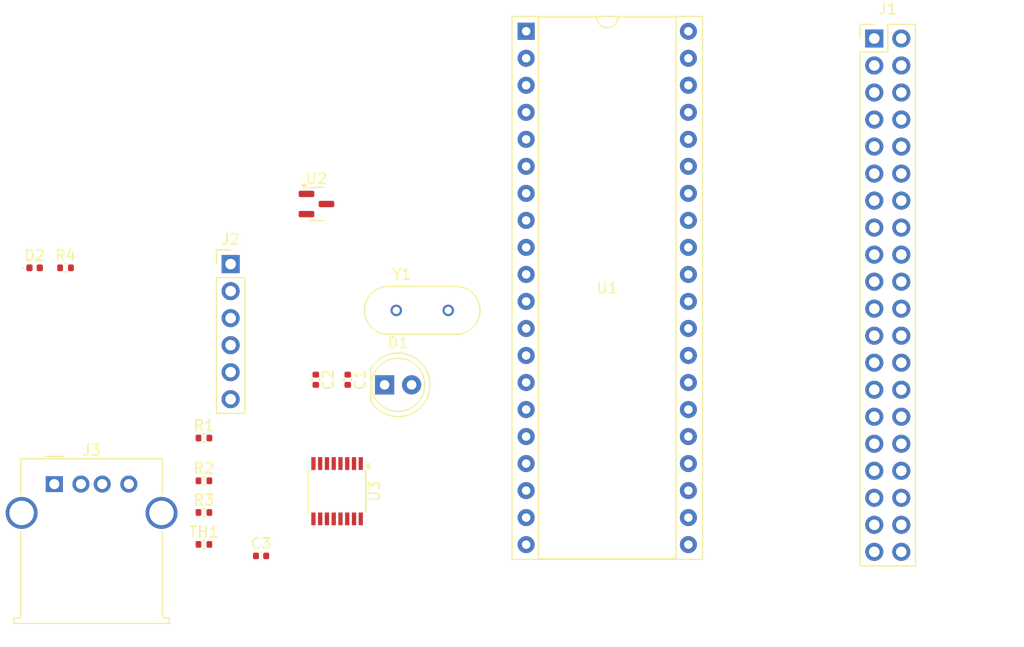
<source format=kicad_pcb>
(kicad_pcb (version 20240108) (generator "pcbnew") (generator_version "8.0")
  (layers (0 "F.Cu" signal) (31 "B.Cu" signal) (34 "B.Paste" user) (35 "F.Paste" user) (36 "B.SilkS" user "B.Silkscreen") (37 "F.SilkS" user "F.Silkscreen") (38 "B.Mask" user) (39 "F.Mask" user) (44 "Edge.Cuts" user))
  (net 0 "")
  (net 1 "GND")
  (net 2 "/OSC1{slash}CLKI{slash}RA7")
  (net 3 "/OSC2{slash}CLKO{slash}RA6")
  (net 4 "/RD4{slash}PSP4")
  (net 5 "Net-(U3-3V3OUT)")
  (net 6 "/RB5{slash}KBI1{slash}PGM")
  (net 7 "/RA3{slash}AN3{slash}VREF+")
  (net 8 "/RB6{slash}KBI2{slash}PGC")
  (net 9 "/RD7{slash}PSP7{slash}P1D")
  (net 10 "/RB2{slash}INT2{slash}AN8")
  (net 11 "/RB3{slash}AN9{slash}CCP2(1)")
  (net 12 "VCC")
  (net 13 "/RE2{slash}CS*{slash}AN7")
  (net 14 "/RD3{slash}PSP3")
  (net 15 "/RB0{slash}INT0{slash}FLT0{slash}AN12")
  (net 16 "/RD0{slash}PSP0")
  (net 17 "/RB7{slash}KBI3{slash}PGD")
  (net 18 "/RE1{slash}WR*{slash}AN6")
  (net 19 "/*MCLR{slash}VPP{slash}RE3")
  (net 20 "/RA2{slash}AN2{slash}VREF-{slash}CVREF")
  (net 21 "/RC3{slash}SCK{slash}SCL")
  (net 22 "/RC1{slash}T1OSI{slash}CCP2(1)")
  (net 23 "/RD5{slash}PSP5{slash}P1B")
  (net 24 "/RC6{slash}TX{slash}CK")
  (net 25 "/RA1{slash}AN1")
  (net 26 "/RE0{slash}RD*{slash}AN5")
  (net 27 "/RC4{slash}SDI{slash}SDA")
  (net 28 "/RC0{slash}T1OSO{slash}T13CKI")
  (net 29 "/RC2{slash}CCP1{slash}P1A")
  (net 30 "/RC7{slash}RX{slash}DT")
  (net 32 "/RD6{slash}PSP6{slash}P1C")
  (net 33 "/RC5{slash}SDO")
  (net 34 "/RB4{slash}KBI0{slash}AN11")
  (net 35 "/RD2{slash}PSP2")
  (net 36 "/RA4{slash}T0CKI{slash}C1OUT")
  (net 37 "/RD1{slash}PSP1")
  (net 38 "/RB1{slash}INT1{slash}AN10")
  (net 39 "/RA0{slash}AN0")
  (net 40 "/RA5{slash}AN4{slash}SS*{slash}HLVDIN{slash}C2OUT")
  (net 43 "Net-(U3-USBDM)")
  (net 50 "Net-(U3-USBDP)")
  (net 52 "Net-(J3-D-)")
  (net 53 "Net-(J3-D+)")
  (net 57 "Net-(D1-A)")
  (footprint "LED_THT:LED_D5.0mm" (layer "F.Cu") (at 158.46 105)
    (property "Reference" "D1" (at 1.27 -3.96 0) (layer "F.SilkS"))
    (property "Value" "LED")
    (fp_line (start -1.29 -1.545) (end -1.29 1.545) (stroke (width 0.12)) (layer "F.SilkS"))
    (fp_arc (start -1.29 -1.54483) (mid 2.072002 -2.880433) (end 4.26 0.000462) (stroke (width 0.12)) (layer "F.SilkS"))
    (fp_arc (start 4.26 -0.000462) (mid 2.072002 2.880433) (end -1.29 1.54483) (stroke (width 0.12)) (layer "F.SilkS"))
    (fp_circle (center 1.27 0) (end 3.77 0) (stroke (width 0.12)) (fill none) (layer "F.SilkS"))
    (pad "1" thru_hole rect (at 0 0) (size 1.8 1.8) (drill 0.9) (layers "*.Cu" "*.Mask") (net 1 "GND"))
    (pad "2" thru_hole circle (at 2.54 0) (size 1.8 1.8) (drill 0.9) (layers "*.Cu" "*.Mask") (net 57 "Net-(D1-A)"))
  )
  (footprint "Resistor_SMD:R_0402_1005Metric" (layer "F.Cu") (at 141.49 110)
    (property "Reference" "R1" (at 0 -1.17 0) (layer "F.SilkS"))
    (property "Value" "10K")
    (fp_line (start -0.153641 -0.38) (end 0.153641 -0.38) (stroke (width 0.12)) (layer "F.SilkS"))
    (fp_line (start -0.153641 0.38) (end 0.153641 0.38) (stroke (width 0.12)) (layer "F.SilkS"))
    (pad "1" smd roundrect (at -0.51 0) (size 0.54 0.64) (layers "F.Cu" "F.Paste" "F.Mask") (net 12 "VCC"))
    (pad "2" smd roundrect (at 0.51 0) (size 0.54 0.64) (layers "F.Cu" "F.Paste" "F.Mask") (net 19 "/*MCLR{slash}VPP{slash}RE3"))
  )
  (footprint "Package_SO:SSOP-16_3.9x4.9mm_P0.635mm" (layer "F.Cu") (at 154 115 -90)
    (property "Reference" "U3" (at 0 -3.5 90) (layer "F.SilkS"))
    (property "Value" "FT230XS")
    (fp_line (start -2 2.7) (end 2 2.7) (stroke (width 0.15)) (layer "F.SilkS"))
    (fp_line (start -2 -2.7) (end 2 -2.7) (stroke (width 0.15)) (layer "F.SilkS"))
    (fp_poly (pts (xy -2.35 -2.7) (xy -2.59 -3.03) (xy -2.11 -3.03) (xy -2.35 -2.7)) (stroke (width 0.12)) (fill solid) (layer "F.SilkS"))
    (pad "1" smd rect (at -2.6 -2.2225 270) (size 1.2 0.4) (layers "F.Cu" "F.Paste" "F.Mask") (net 24 "/RC6{slash}TX{slash}CK"))
    (pad "2" smd rect (at -2.6 -1.5875 270) (size 1.2 0.4) (layers "F.Cu" "F.Paste" "F.Mask"))
    (pad "3" smd rect (at -2.6 -0.9525 270) (size 1.2 0.4) (layers "F.Cu" "F.Paste" "F.Mask") (net 5 "Net-(U3-3V3OUT)"))
    (pad "4" smd rect (at -2.6 -0.3175 270) (size 1.2 0.4) (layers "F.Cu" "F.Paste" "F.Mask") (net 30 "/RC7{slash}RX{slash}DT"))
    (pad "5" smd rect (at -2.6 0.3175 270) (size 1.2 0.4) (layers "F.Cu" "F.Paste" "F.Mask") (net 1 "GND"))
    (pad "6" smd rect (at -2.6 0.9525 270) (size 1.2 0.4) (layers "F.Cu" "F.Paste" "F.Mask"))
    (pad "7" smd rect (at -2.6 1.5875 270) (size 1.2 0.4) (layers "F.Cu" "F.Paste" "F.Mask"))
    (pad "8" smd rect (at -2.6 2.2225 270) (size 1.2 0.4) (layers "F.Cu" "F.Paste" "F.Mask") (net 50 "Net-(U3-USBDP)"))
    (pad "9" smd rect (at 2.6 2.2225 270) (size 1.2 0.4) (layers "F.Cu" "F.Paste" "F.Mask") (net 43 "Net-(U3-USBDM)"))
    (pad "10" smd rect (at 2.6 1.5875 270) (size 1.2 0.4) (layers "F.Cu" "F.Paste" "F.Mask") (net 5 "Net-(U3-3V3OUT)"))
    (pad "11" smd rect (at 2.6 0.9525 270) (size 1.2 0.4) (layers "F.Cu" "F.Paste" "F.Mask") (net 5 "Net-(U3-3V3OUT)"))
    (pad "12" smd rect (at 2.6 0.3175 270) (size 1.2 0.4) (layers "F.Cu" "F.Paste" "F.Mask") (net 12 "VCC"))
    (pad "13" smd rect (at 2.6 -0.3175 270) (size 1.2 0.4) (layers "F.Cu" "F.Paste" "F.Mask") (net 1 "GND"))
    (pad "14" smd rect (at 2.6 -0.9525 270) (size 1.2 0.4) (layers "F.Cu" "F.Paste" "F.Mask"))
    (pad "15" smd rect (at 2.6 -1.5875 270) (size 1.2 0.4) (layers "F.Cu" "F.Paste" "F.Mask"))
    (pad "16" smd rect (at 2.6 -2.2225 270) (size 1.2 0.4) (layers "F.Cu" "F.Paste" "F.Mask"))
  )
  (footprint "Connector_USB:USB_A_Molex_67643_Horizontal" (layer "F.Cu") (at 127.438208 114.33)
    (property "Reference" "J3" (at 3.5 -3.19 0) (layer "F.SilkS"))
    (property "Value" "USB_A")
    (fp_line (start -3.81 12.58) (end -3.81 13.1) (stroke (width 0.12)) (layer "F.SilkS"))
    (fp_line (start -3.81 13.1) (end 10.81 13.1) (stroke (width 0.12)) (layer "F.SilkS"))
    (fp_line (start -3.16 -2.38) (end -3.16 0.95) (stroke (width 0.12)) (layer "F.SilkS"))
    (fp_line (start -3.16 -2.38) (end 10.16 -2.38) (stroke (width 0.12)) (layer "F.SilkS"))
    (fp_line (start -3.16 12.58) (end -3.81 12.58) (stroke (width 0.12)) (layer "F.SilkS"))
    (fp_line (start -3.16 12.58) (end -3.16 4.47) (stroke (width 0.12)) (layer "F.SilkS"))
    (fp_line (start -0.9 -2.6) (end 0.9 -2.6) (stroke (width 0.12)) (layer "F.SilkS"))
    (fp_line (start 10.16 -2.38) (end 10.16 0.95) (stroke (width 0.12)) (layer "F.SilkS"))
    (fp_line (start 10.16 4.47) (end 10.16 12.58) (stroke (width 0.12)) (layer "F.SilkS"))
    (fp_line (start 10.81 12.58) (end 10.16 12.58) (stroke (width 0.12)) (layer "F.SilkS"))
    (fp_line (start 10.81 13.1) (end 10.81 12.58) (stroke (width 0.12)) (layer "F.SilkS"))
    (pad "1" thru_hole rect (at 0 0) (size 1.6 1.5) (drill 0.95) (layers "*.Cu" "*.Mask"))
    (pad "2" thru_hole circle (at 2.5 0) (size 1.6 1.6) (drill 0.95) (layers "*.Cu" "*.Mask") (net 52 "Net-(J3-D-)"))
    (pad "3" thru_hole circle (at 4.5 0) (size 1.6 1.6) (drill 0.95) (layers "*.Cu" "*.Mask") (net 53 "Net-(J3-D+)"))
    (pad "4" thru_hole circle (at 7 0) (size 1.6 1.6) (drill 0.95) (layers "*.Cu" "*.Mask") (net 1 "GND"))
    (pad "5" thru_hole circle (at -3.07 2.71) (size 3 3) (drill 2.3) (layers "*.Cu" "*.Mask") (net 1 "GND"))
    (pad "5" thru_hole circle (at 10.07 2.71) (size 3 3) (drill 2.3) (layers "*.Cu" "*.Mask") (net 1 "GND"))
  )
  (footprint "Capacitor_SMD:C_0402_1005Metric" (layer "F.Cu") (at 146.86 121.0825)
    (property "Reference" "C3" (at 0 -1.16 0) (layer "F.SilkS"))
    (property "Value" "100nF")
    (fp_line (start -0.107836 -0.36) (end 0.107836 -0.36) (stroke (width 0.12)) (layer "F.SilkS"))
    (fp_line (start -0.107836 0.36) (end 0.107836 0.36) (stroke (width 0.12)) (layer "F.SilkS"))
    (pad "1" smd roundrect (at -0.48 0) (size 0.56 0.62) (layers "F.Cu" "F.Paste" "F.Mask") (net 5 "Net-(U3-3V3OUT)"))
    (pad "2" smd roundrect (at 0.48 0) (size 0.56 0.62) (layers "F.Cu" "F.Paste" "F.Mask") (net 1 "GND"))
  )
  (footprint "Capacitor_SMD:C_0402_1005Metric" (layer "F.Cu") (at 152 104.52 -90)
    (property "Reference" "C2" (at 0 -1.16 90) (layer "F.SilkS"))
    (property "Value" "22pF")
    (fp_line (start -0.107836 0.36) (end 0.107836 0.36) (stroke (width 0.12)) (layer "F.SilkS"))
    (fp_line (start -0.107836 -0.36) (end 0.107836 -0.36) (stroke (width 0.12)) (layer "F.SilkS"))
    (pad "1" smd roundrect (at -0.48 0 270) (size 0.56 0.62) (layers "F.Cu" "F.Paste" "F.Mask") (net 1 "GND"))
    (pad "2" smd roundrect (at 0.48 0 270) (size 0.56 0.62) (layers "F.Cu" "F.Paste" "F.Mask") (net 3 "/OSC2{slash}CLKO{slash}RA6"))
  )
  (footprint "Resistor_SMD:R_0402_1005Metric" (layer "F.Cu") (at 141.49 117)
    (property "Reference" "R3" (at 0 -1.17 0) (layer "F.SilkS"))
    (property "Value" "27")
    (fp_line (start -0.153641 -0.38) (end 0.153641 -0.38) (stroke (width 0.12)) (layer "F.SilkS"))
    (fp_line (start -0.153641 0.38) (end 0.153641 0.38) (stroke (width 0.12)) (layer "F.SilkS"))
    (pad "1" smd roundrect (at -0.51 0) (size 0.54 0.64) (layers "F.Cu" "F.Paste" "F.Mask") (net 52 "Net-(J3-D-)"))
    (pad "2" smd roundrect (at 0.51 0) (size 0.54 0.64) (layers "F.Cu" "F.Paste" "F.Mask") (net 43 "Net-(U3-USBDM)"))
  )
  (footprint "Connector_PinHeader_2.54mm:PinHeader_1x06_P2.54mm_Vertical" (layer "F.Cu") (at 144 93.65)
    (property "Reference" "J2" (at 0 -2.33 0) (layer "F.SilkS"))
    (property "Value" "Conn_01x06_Pin")
    (fp_line (start -1.33 -1.33) (end 0 -1.33) (stroke (width 0.12)) (layer "F.SilkS"))
    (fp_line (start -1.33 0) (end -1.33 -1.33) (stroke (width 0.12)) (layer "F.SilkS"))
    (fp_line (start -1.33 1.27) (end -1.33 14.03) (stroke (width 0.12)) (layer "F.SilkS"))
    (fp_line (start -1.33 1.27) (end 1.33 1.27) (stroke (width 0.12)) (layer "F.SilkS"))
    (fp_line (start -1.33 14.03) (end 1.33 14.03) (stroke (width 0.12)) (layer "F.SilkS"))
    (fp_line (start 1.33 1.27) (end 1.33 14.03) (stroke (width 0.12)) (layer "F.SilkS"))
    (pad "1" thru_hole rect (at 0 0) (size 1.7 1.7) (drill 1) (layers "*.Cu" "*.Mask") (net 19 "/*MCLR{slash}VPP{slash}RE3"))
    (pad "2" thru_hole oval (at 0 2.54) (size 1.7 1.7) (drill 1) (layers "*.Cu" "*.Mask") (net 12 "VCC"))
    (pad "3" thru_hole oval (at 0 5.08) (size 1.7 1.7) (drill 1) (layers "*.Cu" "*.Mask") (net 1 "GND"))
    (pad "4" thru_hole oval (at 0 7.62) (size 1.7 1.7) (drill 1) (layers "*.Cu" "*.Mask") (net 17 "/RB7{slash}KBI3{slash}PGD"))
    (pad "5" thru_hole oval (at 0 10.16) (size 1.7 1.7) (drill 1) (layers "*.Cu" "*.Mask") (net 8 "/RB6{slash}KBI2{slash}PGC"))
    (pad "6" thru_hole oval (at 0 12.7) (size 1.7 1.7) (drill 1) (layers "*.Cu" "*.Mask"))
  )
  (footprint "ATS08A-E:XTAL_HC49P488W43L1085T450H368" (layer "F.Cu") (at 162 98)
    (property "Reference" "Y1" (at -1.925 -3.385 0) (layer "F.SilkS"))
    (property "Value" "8 MHz")
    (fp_line (start -3.175 -2.25) (end 3.175 -2.25) (stroke (width 0.127)) (layer "F.SilkS"))
    (fp_line (start 3.175 2.25) (end -3.175 2.25) (stroke (width 0.127)) (layer "F.SilkS"))
    (fp_arc (start -5.425 0) (mid -4.76599 -1.59099) (end -3.175 -2.25) (stroke (width 0.127)) (layer "F.SilkS"))
    (fp_arc (start -3.175 2.25) (mid -4.76599 1.59099) (end -5.425 0) (stroke (width 0.127)) (layer "F.SilkS"))
    (fp_arc (start 3.175 -2.25) (mid 4.76599 -1.59099) (end 5.425 0) (stroke (width 0.127)) (layer "F.SilkS"))
    (fp_arc (start 5.425 0) (mid 4.76599 1.59099) (end 3.175 2.25) (stroke (width 0.127)) (layer "F.SilkS"))
    (pad "1" thru_hole circle (at -2.44 0) (size 1.08 1.08) (drill 0.68) (layers "*.Cu" "*.Mask") (net 3 "/OSC2{slash}CLKO{slash}RA6"))
    (pad "2" thru_hole circle (at 2.44 0) (size 1.08 1.08) (drill 0.68) (layers "*.Cu" "*.Mask") (net 2 "/OSC1{slash}CLKI{slash}RA7"))
  )
  (footprint "Capacitor_SMD:C_0402_1005Metric" (layer "F.Cu") (at 155 104.52 -90)
    (property "Reference" "C1" (at 0 -1.16 90) (layer "F.SilkS"))
    (property "Value" "22pF")
    (fp_line (start -0.107836 0.36) (end 0.107836 0.36) (stroke (width 0.12)) (layer "F.SilkS"))
    (fp_line (start -0.107836 -0.36) (end 0.107836 -0.36) (stroke (width 0.12)) (layer "F.SilkS"))
    (pad "1" smd roundrect (at -0.48 0 270) (size 0.56 0.62) (layers "F.Cu" "F.Paste" "F.Mask") (net 1 "GND"))
    (pad "2" smd roundrect (at 0.48 0 270) (size 0.56 0.62) (layers "F.Cu" "F.Paste" "F.Mask") (net 2 "/OSC1{slash}CLKI{slash}RA7"))
  )
  (footprint "Resistor_SMD:R_0402_1005Metric" (layer "F.Cu") (at 141.49 120)
    (property "Reference" "TH1" (at 0 -1.17 0) (layer "F.SilkS"))
    (property "Value" "10k")
    (fp_line (start -0.153641 -0.38) (end 0.153641 -0.38) (stroke (width 0.12)) (layer "F.SilkS"))
    (fp_line (start -0.153641 0.38) (end 0.153641 0.38) (stroke (width 0.12)) (layer "F.SilkS"))
    (pad "1" smd roundrect (at -0.51 0) (size 0.54 0.64) (layers "F.Cu" "F.Paste" "F.Mask"))
    (pad "2" smd roundrect (at 0.51 0) (size 0.54 0.64) (layers "F.Cu" "F.Paste" "F.Mask"))
  )
  (footprint "Package_TO_SOT_SMD:SOT-23" (layer "F.Cu") (at 152.0625 88)
    (property "Reference" "U2" (at 0 -2.4 0) (layer "F.SilkS"))
    (property "Value" "LM4040DBZ-4.1")
    (fp_line (start 0 -1.56) (end -0.65 -1.56) (stroke (width 0.12)) (layer "F.SilkS"))
    (fp_line (start 0 -1.56) (end 0.65 -1.56) (stroke (width 0.12)) (layer "F.SilkS"))
    (fp_line (start 0 1.56) (end -0.65 1.56) (stroke (width 0.12)) (layer "F.SilkS"))
    (fp_line (start 0 1.56) (end 0.65 1.56) (stroke (width 0.12)) (layer "F.SilkS"))
    (fp_poly (pts (xy -1.1625 -1.51) (xy -1.4025 -1.84) (xy -0.9225 -1.84) (xy -1.1625 -1.51)) (stroke (width 0.12)) (fill solid) (layer "F.SilkS"))
    (pad "1" smd roundrect (at -0.9375 -0.95) (size 1.475 0.6) (layers "F.Cu" "F.Paste" "F.Mask"))
    (pad "2" smd roundrect (at -0.9375 0.95) (size 1.475 0.6) (layers "F.Cu" "F.Paste" "F.Mask"))
    (pad "3" smd roundrect (at 0.9375 0) (size 1.475 0.6) (layers "F.Cu" "F.Paste" "F.Mask"))
  )
  (footprint "Package_DIP:DIP-40_W15.24mm_Socket" (layer "F.Cu") (at 171.76 71.76)
    (property "Reference" "U1" (at 7.625 24.125 0) (layer "F.SilkS"))
    (property "Value" "PIC18F4321-I/P")
    (fp_line (start -1.33 -1.39) (end -1.33 49.65) (stroke (width 0.12)) (layer "F.SilkS"))
    (fp_line (start -1.33 49.65) (end 16.57 49.65) (stroke (width 0.12)) (layer "F.SilkS"))
    (fp_line (start 1.16 -1.33) (end 1.16 49.59) (stroke (width 0.12)) (layer "F.SilkS"))
    (fp_line (start 1.16 49.59) (end 14.08 49.59) (stroke (width 0.12)) (layer "F.SilkS"))
    (fp_line (start 6.62 -1.33) (end 1.16 -1.33) (stroke (width 0.12)) (layer "F.SilkS"))
    (fp_line (start 14.08 -1.33) (end 8.62 -1.33) (stroke (width 0.12)) (layer "F.SilkS"))
    (fp_line (start 14.08 49.59) (end 14.08 -1.33) (stroke (width 0.12)) (layer "F.SilkS"))
    (fp_line (start 16.57 -1.39) (end -1.33 -1.39) (stroke (width 0.12)) (layer "F.SilkS"))
    (fp_line (start 16.57 49.65) (end 16.57 -1.39) (stroke (width 0.12)) (layer "F.SilkS"))
    (fp_arc (start 8.62 -1.33) (mid 7.62 -0.33) (end 6.62 -1.33) (stroke (width 0.12)) (layer "F.SilkS"))
    (pad "1" thru_hole rect (at 0 0) (size 1.6 1.6) (drill 0.8) (layers "*.Cu" "*.Mask") (net 19 "/*MCLR{slash}VPP{slash}RE3"))
    (pad "2" thru_hole oval (at 0 2.54) (size 1.6 1.6) (drill 0.8) (layers "*.Cu" "*.Mask") (net 39 "/RA0{slash}AN0"))
    (pad "3" thru_hole oval (at 0 5.08) (size 1.6 1.6) (drill 0.8) (layers "*.Cu" "*.Mask") (net 25 "/RA1{slash}AN1"))
    (pad "4" thru_hole oval (at 0 7.62) (size 1.6 1.6) (drill 0.8) (layers "*.Cu" "*.Mask") (net 20 "/RA2{slash}AN2{slash}VREF-{slash}CVREF"))
    (pad "5" thru_hole oval (at 0 10.16) (size 1.6 1.6) (drill 0.8) (layers "*.Cu" "*.Mask") (net 7 "/RA3{slash}AN3{slash}VREF+"))
    (pad "6" thru_hole oval (at 0 12.7) (size 1.6 1.6) (drill 0.8) (layers "*.Cu" "*.Mask") (net 36 "/RA4{slash}T0CKI{slash}C1OUT"))
    (pad "7" thru_hole oval (at 0 15.24) (size 1.6 1.6) (drill 0.8) (layers "*.Cu" "*.Mask") (net 40 "/RA5{slash}AN4{slash}SS*{slash}HLVDIN{slash}C2OUT"))
    (pad "8" thru_hole oval (at 0 17.78) (size 1.6 1.6) (drill 0.8) (layers "*.Cu" "*.Mask") (net 26 "/RE0{slash}RD*{slash}AN5"))
    (pad "9" thru_hole oval (at 0 20.32) (size 1.6 1.6) (drill 0.8) (layers "*.Cu" "*.Mask") (net 18 "/RE1{slash}WR*{slash}AN6"))
    (pad "10" thru_hole oval (at 0 22.86) (size 1.6 1.6) (drill 0.8) (layers "*.Cu" "*.Mask") (net 13 "/RE2{slash}CS*{slash}AN7"))
    (pad "11" thru_hole oval (at 0 25.4) (size 1.6 1.6) (drill 0.8) (layers "*.Cu" "*.Mask") (net 12 "VCC"))
    (pad "12" thru_hole oval (at 0 27.94) (size 1.6 1.6) (drill 0.8) (layers "*.Cu" "*.Mask") (net 1 "GND"))
    (pad "13" thru_hole oval (at 0 30.48) (size 1.6 1.6) (drill 0.8) (layers "*.Cu" "*.Mask") (net 2 "/OSC1{slash}CLKI{slash}RA7"))
    (pad "14" thru_hole oval (at 0 33.02) (size 1.6 1.6) (drill 0.8) (layers "*.Cu" "*.Mask") (net 3 "/OSC2{slash}CLKO{slash}RA6"))
    (pad "15" thru_hole oval (at 0 35.56) (size 1.6 1.6) (drill 0.8) (layers "*.Cu" "*.Mask") (net 28 "/RC0{slash}T1OSO{slash}T13CKI"))
    (pad "16" thru_hole oval (at 0 38.1) (size 1.6 1.6) (drill 0.8) (layers "*.Cu" "*.Mask") (net 22 "/RC1{slash}T1OSI{slash}CCP2(1)"))
    (pad "17" thru_hole oval (at 0 40.64) (size 1.6 1.6) (drill 0.8) (layers "*.Cu" "*.Mask") (net 29 "/RC2{slash}CCP1{slash}P1A"))
    (pad "18" thru_hole oval (at 0 43.18) (size 1.6 1.6) (drill 0.8) (layers "*.Cu" "*.Mask") (net 21 "/RC3{slash}SCK{slash}SCL"))
    (pad "19" thru_hole oval (at 0 45.72) (size 1.6 1.6) (drill 0.8) (layers "*.Cu" "*.Mask") (net 16 "/RD0{slash}PSP0"))
    (pad "20" thru_hole oval (at 0 48.26) (size 1.6 1.6) (drill 0.8) (layers "*.Cu" "*.Mask") (net 37 "/RD1{slash}PSP1"))
    (pad "21" thru_hole oval (at 15.24 48.26) (size 1.6 1.6) (drill 0.8) (layers "*.Cu" "*.Mask") (net 35 "/RD2{slash}PSP2"))
    (pad "22" thru_hole oval (at 15.24 45.72) (size 1.6 1.6) (drill 0.8) (layers "*.Cu" "*.Mask") (net 14 "/RD3{slash}PSP3"))
    (pad "23" thru_hole oval (at 15.24 43.18) (size 1.6 1.6) (drill 0.8) (layers "*.Cu" "*.Mask") (net 27 "/RC4{slash}SDI{slash}SDA"))
    (pad "24" thru_hole oval (at 15.24 40.64) (size 1.6 1.6) (drill 0.8) (layers "*.Cu" "*.Mask") (net 33 "/RC5{slash}SDO"))
    (pad "25" thru_hole oval (at 15.24 38.1) (size 1.6 1.6) (drill 0.8) (layers "*.Cu" "*.Mask") (net 24 "/RC6{slash}TX{slash}CK"))
    (pad "26" thru_hole oval (at 15.24 35.56) (size 1.6 1.6) (drill 0.8) (layers "*.Cu" "*.Mask") (net 30 "/RC7{slash}RX{slash}DT"))
    (pad "27" thru_hole oval (at 15.24 33.02) (size 1.6 1.6) (drill 0.8) (layers "*.Cu" "*.Mask") (net 4 "/RD4{slash}PSP4"))
    (pad "28" thru_hole oval (at 15.24 30.48) (size 1.6 1.6) (drill 0.8) (layers "*.Cu" "*.Mask") (net 23 "/RD5{slash}PSP5{slash}P1B"))
    (pad "29" thru_hole oval (at 15.24 27.94) (size 1.6 1.6) (drill 0.8) (layers "*.Cu" "*.Mask") (net 32 "/RD6{slash}PSP6{slash}P1C"))
    (pad "30" thru_hole oval (at 15.24 25.4) (size 1.6 1.6) (drill 0.8) (layers "*.Cu" "*.Mask") (net 9 "/RD7{slash}PSP7{slash}P1D"))
    (pad "31" thru_hole oval (at 15.24 22.86) (size 1.6 1.6) (drill 0.8) (layers "*.Cu" "*.Mask") (net 1 "GND"))
    (pad "32" thru_hole oval (at 15.24 20.32) (size 1.6 1.6) (drill 0.8) (layers "*.Cu" "*.Mask") (net 12 "VCC"))
    (pad "33" thru_hole oval (at 15.24 17.78) (size 1.6 1.6) (drill 0.8) (layers "*.Cu" "*.Mask") (net 15 "/RB0{slash}INT0{slash}FLT0{slash}AN12"))
    (pad "34" thru_hole oval (at 15.24 15.24) (size 1.6 1.6) (drill 0.8) (layers "*.Cu" "*.Mask") (net 38 "/RB1{slash}INT1{slash}AN10"))
    (pad "35" thru_hole oval (at 15.24 12.7) (size 1.6 1.6) (drill 0.8) (layers "*.Cu" "*.Mask") (net 10 "/RB2{slash}INT2{slash}AN8"))
    (pad "36" thru_hole oval (at 15.24 10.16) (size 1.6 1.6) (drill 0.8) (layers "*.Cu" "*.Mask") (net 11 "/RB3{slash}AN9{slash}CCP2(1)"))
    (pad "37" thru_hole oval (at 15.24 7.62) (size 1.6 1.6) (drill 0.8) (layers "*.Cu" "*.Mask") (net 34 "/RB4{slash}KBI0{slash}AN11"))
    (pad "38" thru_hole oval (at 15.24 5.08) (size 1.6 1.6) (drill 0.8) (layers "*.Cu" "*.Mask") (net 6 "/RB5{slash}KBI1{slash}PGM"))
    (pad "39" thru_hole oval (at 15.24 2.54) (size 1.6 1.6) (drill 0.8) (layers "*.Cu" "*.Mask") (net 8 "/RB6{slash}KBI2{slash}PGC"))
    (pad "40" thru_hole oval (at 15.24 0) (size 1.6 1.6) (drill 0.8) (layers "*.Cu" "*.Mask") (net 17 "/RB7{slash}KBI3{slash}PGD"))
  )
  (footprint "Resistor_SMD:R_0402_1005Metric" (layer "F.Cu") (at 141.49 114.02)
    (property "Reference" "R2" (at 0 -1.17 0) (layer "F.SilkS"))
    (property "Value" "27")
    (fp_line (start -0.153641 -0.38) (end 0.153641 -0.38) (stroke (width 0.12)) (layer "F.SilkS"))
    (fp_line (start -0.153641 0.38) (end 0.153641 0.38) (stroke (width 0.12)) (layer "F.SilkS"))
    (pad "1" smd roundrect (at -0.51 0) (size 0.54 0.64) (layers "F.Cu" "F.Paste" "F.Mask") (net 53 "Net-(J3-D+)"))
    (pad "2" smd roundrect (at 0.51 0) (size 0.54 0.64) (layers "F.Cu" "F.Paste" "F.Mask") (net 50 "Net-(U3-USBDP)"))
  )
  (footprint "Resistor_SMD:R_0402_1005Metric" (layer "F.Cu") (at 128.49 94)
    (property "Reference" "R4" (at 0 -1.17 0) (layer "F.SilkS"))
    (property "Value" "220")
    (fp_line (start -0.153641 -0.38) (end 0.153641 -0.38) (stroke (width 0.12)) (layer "F.SilkS"))
    (fp_line (start -0.153641 0.38) (end 0.153641 0.38) (stroke (width 0.12)) (layer "F.SilkS"))
    (pad "1" smd roundrect (at -0.51 0) (size 0.54 0.64) (layers "F.Cu" "F.Paste" "F.Mask") (net 57 "Net-(D1-A)"))
    (pad "2" smd roundrect (at 0.51 0) (size 0.54 0.64) (layers "F.Cu" "F.Paste" "F.Mask") (net 12 "VCC"))
  )
  (footprint "LED_SMD:LED_0402_1005Metric" (layer "F.Cu") (at 125.585 94)
    (property "Reference" "D2" (at 0 -1.17 0) (layer "F.SilkS"))
    (property "Value" "LED")
    (fp_circle (center -1.09 0) (end -1.04 0) (stroke (width 0.1)) (fill none) (layer "F.SilkS"))
    (pad "1" smd roundrect (at -0.485 0) (size 0.59 0.64) (layers "F.Cu" "F.Paste" "F.Mask") (net 1 "GND"))
    (pad "2" smd roundrect (at 0.485 0) (size 0.59 0.64) (layers "F.Cu" "F.Paste" "F.Mask") (net 57 "Net-(D1-A)"))
  )
  (footprint "PinSockets:PinSocket_2x20_Counter_Clockwise_P2.54mm_Vertical" (layer "F.Cu") (at 207.84 72.44)
    (property "Reference" "J1" (at -2.11 -2.77 0) (layer "F.SilkS"))
    (property "Value" "Conn_02x20_Counter_Clockwise")
    (fp_line (start -4.71 -1.33) (end -4.71 0) (stroke (width 0.12)) (layer "F.SilkS"))
    (fp_line (start -4.71 1.27) (end -4.71 49.59) (stroke (width 0.12)) (layer "F.SilkS"))
    (fp_line (start -3.38 -1.33) (end -4.71 -1.33) (stroke (width 0.12)) (layer "F.SilkS"))
    (fp_line (start -2.11 -1.33) (end -2.11 1.27) (stroke (width 0.12)) (layer "F.SilkS"))
    (fp_line (start -2.11 1.27) (end -4.71 1.27) (stroke (width 0.12)) (layer "F.SilkS"))
    (fp_line (start 0.49 -1.33) (end -2.11 -1.33) (stroke (width 0.12)) (layer "F.SilkS"))
    (fp_line (start 0.49 -1.33) (end 0.49 49.59) (stroke (width 0.12)) (layer "F.SilkS"))
    (fp_line (start 0.49 49.59) (end -4.71 49.59) (stroke (width 0.12)) (layer "F.SilkS"))
    (pad "1" thru_hole rect (at -3.38 0) (size 1.7 1.7) (drill 1) (layers "*.Cu" "*.Mask") (net 19 "/*MCLR{slash}VPP{slash}RE3"))
    (pad "2" thru_hole oval (at -3.38 2.54) (size 1.7 1.7) (drill 1) (layers "*.Cu" "*.Mask") (net 39 "/RA0{slash}AN0"))
    (pad "3" thru_hole oval (at -3.38 5.08) (size 1.7 1.7) (drill 1) (layers "*.Cu" "*.Mask") (net 25 "/RA1{slash}AN1"))
    (pad "4" thru_hole oval (at -3.38 7.62) (size 1.7 1.7) (drill 1) (layers "*.Cu" "*.Mask") (net 20 "/RA2{slash}AN2{slash}VREF-{slash}CVREF"))
    (pad "5" thru_hole oval (at -3.38 10.16) (size 1.7 1.7) (drill 1) (layers "*.Cu" "*.Mask") (net 7 "/RA3{slash}AN3{slash}VREF+"))
    (pad "6" thru_hole oval (at -3.38 12.7) (size 1.7 1.7) (drill 1) (layers "*.Cu" "*.Mask") (net 36 "/RA4{slash}T0CKI{slash}C1OUT"))
    (pad "7" thru_hole oval (at -3.38 15.24) (size 1.7 1.7) (drill 1) (layers "*.Cu" "*.Mask"))
    (pad "8" thru_hole oval (at -3.38 17.78) (size 1.7 1.7) (drill 1) (layers "*.Cu" "*.Mask") (net 26 "/RE0{slash}RD*{slash}AN5"))
    (pad "9" thru_hole oval (at -3.38 20.32) (size 1.7 1.7) (drill 1) (layers "*.Cu" "*.Mask") (net 18 "/RE1{slash}WR*{slash}AN6"))
    (pad "10" thru_hole oval (at -3.38 22.86) (size 1.7 1.7) (drill 1) (layers "*.Cu" "*.Mask") (net 13 "/RE2{slash}CS*{slash}AN7"))
    (pad "11" thru_hole oval (at -3.38 25.4) (size 1.7 1.7) (drill 1) (layers "*.Cu" "*.Mask") (net 12 "VCC"))
    (pad "12" thru_hole oval (at -3.38 27.94) (size 1.7 1.7) (drill 1) (layers "*.Cu" "*.Mask") (net 1 "GND"))
    (pad "13" thru_hole oval (at -3.38 30.48) (size 1.7 1.7) (drill 1) (layers "*.Cu" "*.Mask") (net 2 "/OSC1{slash}CLKI{slash}RA7"))
    (pad "14" thru_hole oval (at -3.38 33.02) (size 1.7 1.7) (drill 1) (layers "*.Cu" "*.Mask") (net 3 "/OSC2{slash}CLKO{slash}RA6"))
    (pad "15" thru_hole oval (at -3.38 35.56) (size 1.7 1.7) (drill 1) (layers "*.Cu" "*.Mask") (net 28 "/RC0{slash}T1OSO{slash}T13CKI"))
    (pad "16" thru_hole oval (at -3.38 38.1) (size 1.7 1.7) (drill 1) (layers "*.Cu" "*.Mask") (net 22 "/RC1{slash}T1OSI{slash}CCP2(1)"))
    (pad "17" thru_hole oval (at -3.38 40.64) (size 1.7 1.7) (drill 1) (layers "*.Cu" "*.Mask") (net 29 "/RC2{slash}CCP1{slash}P1A"))
    (pad "18" thru_hole oval (at -3.38 43.18) (size 1.7 1.7) (drill 1) (layers "*.Cu" "*.Mask") (net 21 "/RC3{slash}SCK{slash}SCL"))
    (pad "19" thru_hole oval (at -3.38 45.72) (size 1.7 1.7) (drill 1) (layers "*.Cu" "*.Mask") (net 16 "/RD0{slash}PSP0"))
    (pad "20" thru_hole oval (at -3.38 48.26) (size 1.7 1.7) (drill 1) (layers "*.Cu" "*.Mask") (net 37 "/RD1{slash}PSP1"))
    (pad "21" thru_hole oval (at -0.84 48.26) (size 1.7 1.7) (drill 1) (layers "*.Cu" "*.Mask") (net 35 "/RD2{slash}PSP2"))
    (pad "22" thru_hole oval (at -0.84 45.72) (size 1.7 1.7) (drill 1) (layers "*.Cu" "*.Mask") (net 14 "/RD3{slash}PSP3"))
    (pad "23" thru_hole oval (at -0.84 43.18) (size 1.7 1.7) (drill 1) (layers "*.Cu" "*.Mask") (net 27 "/RC4{slash}SDI{slash}SDA"))
    (pad "24" thru_hole oval (at -0.84 40.64) (size 1.7 1.7) (drill 1) (layers "*.Cu" "*.Mask") (net 33 "/RC5{slash}SDO"))
    (pad "25" thru_hole oval (at -0.84 38.1) (size 1.7 1.7) (drill 1) (layers "*.Cu" "*.Mask") (net 24 "/RC6{slash}TX{slash}CK"))
    (pad "26" thru_hole oval (at -0.84 35.56) (size 1.7 1.7) (drill 1) (layers "*.Cu" "*.Mask") (net 30 "/RC7{slash}RX{slash}DT"))
    (pad "27" thru_hole oval (at -0.84 33.02) (size 1.7 1.7) (drill 1) (layers "*.Cu" "*.Mask") (net 4 "/RD4{slash}PSP4"))
    (pad "28" thru_hole oval (at -0.84 30.48) (size 1.7 1.7) (drill 1) (layers "*.Cu" "*.Mask") (net 23 "/RD5{slash}PSP5{slash}P1B"))
    (pad "29" thru_hole oval (at -0.84 27.94) (size 1.7 1.7) (drill 1) (layers "*.Cu" "*.Mask") (net 32 "/RD6{slash}PSP6{slash}P1C"))
    (pad "30" thru_hole oval (at -0.84 25.4) (size 1.7 1.7) (drill 1) (layers "*.Cu" "*.Mask") (net 9 "/RD7{slash}PSP7{slash}P1D"))
    (pad "31" thru_hole oval (at -0.84 22.86) (size 1.7 1.7) (drill 1) (layers "*.Cu" "*.Mask") (net 1 "GND"))
    (pad "32" thru_hole oval (at -0.84 20.32) (size 1.7 1.7) (drill 1) (layers "*.Cu" "*.Mask") (net 12 "VCC"))
    (pad "33" thru_hole oval (at -0.84 17.78) (size 1.7 1.7) (drill 1) (layers "*.Cu" "*.Mask") (net 15 "/RB0{slash}INT0{slash}FLT0{slash}AN12"))
    (pad "34" thru_hole oval (at -0.84 15.24) (size 1.7 1.7) (drill 1) (layers "*.Cu" "*.Mask") (net 38 "/RB1{slash}INT1{slash}AN10"))
    (pad "35" thru_hole oval (at -0.84 12.7) (size 1.7 1.7) (drill 1) (layers "*.Cu" "*.Mask") (net 10 "/RB2{slash}INT2{slash}AN8"))
    (pad "36" thru_hole oval (at -0.84 10.16) (size 1.7 1.7) (drill 1) (layers "*.Cu" "*.Mask") (net 11 "/RB3{slash}AN9{slash}CCP2(1)"))
    (pad "37" thru_hole oval (at -0.84 7.62) (size 1.7 1.7) (drill 1) (layers "*.Cu" "*.Mask") (net 34 "/RB4{slash}KBI0{slash}AN11"))
    (pad "38" thru_hole oval (at -0.84 5.08) (size 1.7 1.7) (drill 1) (layers "*.Cu" "*.Mask") (net 6 "/RB5{slash}KBI1{slash}PGM"))
    (pad "39" thru_hole oval (at -0.84 2.54) (size 1.7 1.7) (drill 1) (layers "*.Cu" "*.Mask") (net 8 "/RB6{slash}KBI2{slash}PGC"))
    (pad "40" thru_hole oval (at -0.84 0) (size 1.7 1.7) (drill 1) (layers "*.Cu" "*.Mask") (net 17 "/RB7{slash}KBI3{slash}PGD"))
  )
)
</source>
